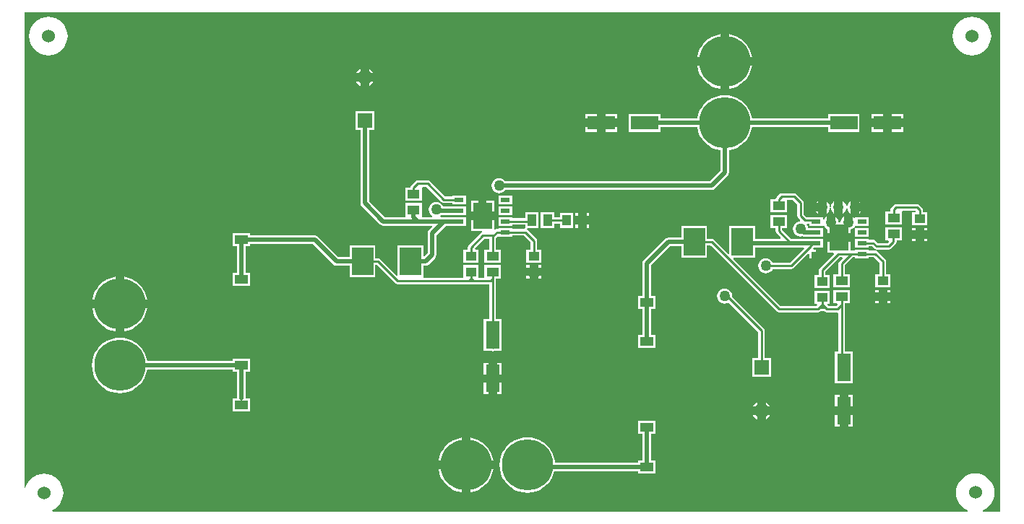
<source format=gbr>
%TF.GenerationSoftware,Altium Limited,Altium Designer,19.1.8 (144)*%
G04 Layer_Physical_Order=1*
G04 Layer_Color=255*
%FSLAX26Y26*%
%MOIN*%
%TF.FileFunction,Copper,L1,Top,Signal*%
%TF.Part,Single*%
G01*
G75*
%TA.AperFunction,SMDPad,CuDef*%
%ADD10R,0.086614X0.122047*%
%ADD11R,0.043307X0.019685*%
%ADD12R,0.062992X0.125984*%
%ADD13R,0.125984X0.062992*%
%ADD14R,0.098425X0.127953*%
%ADD15R,0.051181X0.041339*%
%ADD16R,0.041339X0.051181*%
%ADD17R,0.055118X0.041339*%
%ADD18R,0.041339X0.055118*%
%TA.AperFunction,Conductor*%
%ADD19C,0.010000*%
%ADD20C,0.019685*%
%ADD21C,0.020000*%
%TA.AperFunction,NonConductor*%
%ADD22C,0.010000*%
%TA.AperFunction,ComponentPad*%
%ADD23R,0.059055X0.039370*%
%ADD24C,0.066929*%
%ADD25R,0.066929X0.066929*%
%ADD26C,0.236220*%
%TA.AperFunction,WasherPad*%
%ADD27C,0.060000*%
%TA.AperFunction,ViaPad*%
%ADD28C,0.050000*%
G36*
X4520000Y15000D02*
X4440807D01*
X4440073Y19946D01*
X4440187Y19980D01*
X4455603Y28221D01*
X4469115Y39310D01*
X4480205Y52822D01*
X4488445Y68239D01*
X4493519Y84966D01*
X4495233Y102362D01*
X4493519Y119758D01*
X4488445Y136486D01*
X4480205Y151902D01*
X4469115Y165415D01*
X4455603Y176504D01*
X4440187Y184744D01*
X4423459Y189818D01*
X4406063Y191532D01*
X4388667Y189818D01*
X4371939Y184744D01*
X4356523Y176504D01*
X4343011Y165415D01*
X4331921Y151902D01*
X4323681Y136486D01*
X4318607Y119758D01*
X4316894Y102362D01*
X4318607Y84966D01*
X4323681Y68239D01*
X4331921Y52822D01*
X4343011Y39310D01*
X4356523Y28221D01*
X4371939Y19980D01*
X4372053Y19946D01*
X4371319Y15000D01*
X149832D01*
X148580Y20000D01*
X159540Y25858D01*
X173052Y36948D01*
X184142Y50460D01*
X192382Y65876D01*
X197456Y82604D01*
X199169Y100000D01*
X197456Y117396D01*
X192382Y134124D01*
X184142Y149540D01*
X173052Y163052D01*
X159540Y174142D01*
X144124Y182382D01*
X127396Y187456D01*
X110000Y189169D01*
X92604Y187456D01*
X75876Y182382D01*
X60460Y174142D01*
X46948Y163052D01*
X35858Y149540D01*
X27618Y134124D01*
X25000Y125493D01*
X20000Y126235D01*
Y2320000D01*
X4520000D01*
Y15000D01*
D02*
G37*
%LPC*%
G36*
X4390000Y2299169D02*
X4372604Y2297456D01*
X4355876Y2292382D01*
X4340460Y2284142D01*
X4326948Y2273052D01*
X4315858Y2259540D01*
X4307618Y2244124D01*
X4302544Y2227396D01*
X4300831Y2210000D01*
X4302544Y2192604D01*
X4307618Y2175876D01*
X4315858Y2160460D01*
X4326948Y2146948D01*
X4340460Y2135858D01*
X4355876Y2127618D01*
X4372604Y2122544D01*
X4390000Y2120831D01*
X4407396Y2122544D01*
X4424124Y2127618D01*
X4439540Y2135858D01*
X4453052Y2146948D01*
X4464142Y2160460D01*
X4472382Y2175876D01*
X4477456Y2192604D01*
X4479169Y2210000D01*
X4477456Y2227396D01*
X4472382Y2244124D01*
X4464142Y2259540D01*
X4453052Y2273052D01*
X4439540Y2284142D01*
X4424124Y2292382D01*
X4407396Y2297456D01*
X4390000Y2299169D01*
D02*
G37*
G36*
X130000D02*
X112604Y2297456D01*
X95876Y2292382D01*
X80460Y2284142D01*
X66948Y2273052D01*
X55858Y2259540D01*
X47618Y2244124D01*
X42544Y2227396D01*
X40831Y2210000D01*
X42544Y2192604D01*
X47618Y2175876D01*
X55858Y2160460D01*
X66948Y2146948D01*
X80460Y2135858D01*
X95876Y2127618D01*
X112604Y2122544D01*
X130000Y2120831D01*
X147396Y2122544D01*
X164124Y2127618D01*
X179540Y2135858D01*
X193052Y2146948D01*
X204142Y2160460D01*
X212382Y2175876D01*
X217456Y2192604D01*
X219169Y2210000D01*
X217456Y2227396D01*
X212382Y2244124D01*
X204142Y2259540D01*
X193052Y2273052D01*
X179540Y2284142D01*
X164124Y2292382D01*
X147396Y2297456D01*
X130000Y2299169D01*
D02*
G37*
G36*
X3269685Y2220422D02*
Y2113150D01*
X3376957D01*
X3376924Y2113567D01*
X3372217Y2133175D01*
X3364500Y2151805D01*
X3353964Y2168999D01*
X3340868Y2184332D01*
X3325534Y2197428D01*
X3308341Y2207965D01*
X3289711Y2215681D01*
X3270103Y2220389D01*
X3269685Y2220422D01*
D02*
G37*
G36*
X3230315D02*
X3229897Y2220389D01*
X3210289Y2215681D01*
X3191659Y2207965D01*
X3174466Y2197428D01*
X3159132Y2184332D01*
X3146036Y2168999D01*
X3135500Y2151805D01*
X3127783Y2133175D01*
X3123076Y2113567D01*
X3123043Y2113150D01*
X3230315D01*
Y2220422D01*
D02*
G37*
G36*
X1609685Y2058892D02*
Y2039685D01*
X1628892D01*
X1627966Y2041920D01*
X1620999Y2050999D01*
X1611920Y2057966D01*
X1609685Y2058892D01*
D02*
G37*
G36*
X1570315D02*
X1568080Y2057966D01*
X1559001Y2050999D01*
X1552034Y2041920D01*
X1551108Y2039685D01*
X1570315D01*
Y2058892D01*
D02*
G37*
G36*
X1628892Y2000315D02*
X1609685D01*
Y1981108D01*
X1611920Y1982034D01*
X1620999Y1989001D01*
X1627966Y1998080D01*
X1628892Y2000315D01*
D02*
G37*
G36*
X1570315D02*
X1551108D01*
X1552034Y1998080D01*
X1559001Y1989001D01*
X1568080Y1982034D01*
X1570315Y1981108D01*
Y2000315D01*
D02*
G37*
G36*
X3376957Y2073780D02*
X3269685D01*
Y1966507D01*
X3270103Y1966540D01*
X3289711Y1971248D01*
X3308341Y1978965D01*
X3325534Y1989501D01*
X3340868Y2002597D01*
X3353964Y2017930D01*
X3364500Y2035124D01*
X3372217Y2053754D01*
X3376924Y2073362D01*
X3376957Y2073780D01*
D02*
G37*
G36*
X3230315D02*
X3123043D01*
X3123076Y2073362D01*
X3127783Y2053754D01*
X3135500Y2035124D01*
X3146036Y2017930D01*
X3159132Y2002597D01*
X3174466Y1989501D01*
X3191659Y1978965D01*
X3210289Y1971248D01*
X3229897Y1966540D01*
X3230315Y1966507D01*
Y2073780D01*
D02*
G37*
G36*
X3250000Y1938506D02*
X3229897Y1936924D01*
X3210289Y1932217D01*
X3191659Y1924500D01*
X3174466Y1913964D01*
X3159132Y1900868D01*
X3146036Y1885534D01*
X3135500Y1868341D01*
X3127783Y1849711D01*
X3123107Y1830231D01*
X2953780D01*
Y1851496D01*
X2807795D01*
Y1768504D01*
X2953780D01*
Y1789769D01*
X3123107D01*
X3127783Y1770289D01*
X3135500Y1751659D01*
X3146036Y1734466D01*
X3159132Y1719132D01*
X3174466Y1706036D01*
X3191659Y1695500D01*
X3210289Y1687783D01*
X3229769Y1683107D01*
Y1588380D01*
X3181620Y1540231D01*
X2700807D01*
X2700000Y1540392D01*
X2238469D01*
X2234962Y1544962D01*
X2227651Y1550572D01*
X2219137Y1554099D01*
X2210000Y1555302D01*
X2200863Y1554099D01*
X2192349Y1550572D01*
X2185038Y1544962D01*
X2179428Y1537651D01*
X2175901Y1529137D01*
X2174698Y1520000D01*
X2175901Y1510863D01*
X2179428Y1502349D01*
X2185038Y1495038D01*
X2192349Y1489428D01*
X2200863Y1485901D01*
X2210000Y1484698D01*
X2219137Y1485901D01*
X2227651Y1489428D01*
X2234962Y1495038D01*
X2238469Y1499608D01*
X2700000D01*
X2700807Y1499769D01*
X3190000D01*
X3197742Y1501309D01*
X3204306Y1505694D01*
X3264306Y1565694D01*
X3268691Y1572258D01*
X3270231Y1580000D01*
Y1683107D01*
X3289711Y1687783D01*
X3308341Y1695500D01*
X3325534Y1706036D01*
X3340868Y1719132D01*
X3353964Y1734466D01*
X3364500Y1751659D01*
X3372217Y1770289D01*
X3376893Y1789769D01*
X3459193D01*
X3460000Y1789608D01*
X3726220D01*
Y1768504D01*
X3872205D01*
Y1851496D01*
X3726220D01*
Y1830392D01*
X3460000D01*
X3459193Y1830231D01*
X3376893D01*
X3372217Y1849711D01*
X3364500Y1868341D01*
X3353964Y1885534D01*
X3340868Y1900868D01*
X3325534Y1913964D01*
X3308341Y1924500D01*
X3289711Y1932217D01*
X3270103Y1936924D01*
X3250000Y1938506D01*
D02*
G37*
G36*
X4072992Y1851496D02*
X4019685D01*
Y1829685D01*
X4072992D01*
Y1851496D01*
D02*
G37*
G36*
X2752992D02*
X2699685D01*
Y1829685D01*
X2752992D01*
Y1851496D01*
D02*
G37*
G36*
X2660315D02*
X2607008D01*
Y1829685D01*
X2660315D01*
Y1851496D01*
D02*
G37*
G36*
X3980315D02*
X3927008D01*
Y1829685D01*
X3980315D01*
Y1851496D01*
D02*
G37*
G36*
X4072992Y1790315D02*
X4019685D01*
Y1768504D01*
X4072992D01*
Y1790315D01*
D02*
G37*
G36*
X3980315D02*
X3927008D01*
Y1768504D01*
X3980315D01*
Y1790315D01*
D02*
G37*
G36*
X2752992D02*
X2699685D01*
Y1768504D01*
X2752992D01*
Y1790315D01*
D02*
G37*
G36*
X2660315D02*
X2607008D01*
Y1768504D01*
X2660315D01*
Y1790315D01*
D02*
G37*
G36*
X3869685Y1449012D02*
Y1439685D01*
X3879012D01*
X3874962Y1444962D01*
X3869685Y1449012D01*
D02*
G37*
G36*
X3680315D02*
X3675038Y1444962D01*
X3670988Y1439685D01*
X3680315D01*
Y1449012D01*
D02*
G37*
G36*
X2269252Y1474842D02*
X2205945D01*
Y1435158D01*
X2269252D01*
Y1474842D01*
D02*
G37*
G36*
X1880000Y1545294D02*
X1835000D01*
X1829147Y1544130D01*
X1824186Y1540814D01*
X1804186Y1520814D01*
X1800870Y1515853D01*
X1800121Y1512087D01*
X1777441D01*
Y1450748D01*
X1852559D01*
Y1512086D01*
X1856474Y1514706D01*
X1873665D01*
X1944186Y1444186D01*
X1949147Y1440870D01*
X1955000Y1439706D01*
X1993347D01*
Y1435158D01*
X2056653D01*
Y1474842D01*
X1993347D01*
Y1470294D01*
X1961335D01*
X1890814Y1540814D01*
X1885853Y1544130D01*
X1880000Y1545294D01*
D02*
G37*
G36*
X3755669Y1449051D02*
X3750392Y1445002D01*
X3744782Y1437690D01*
X3741255Y1429176D01*
X3740543Y1423766D01*
X3740196Y1421132D01*
X3735153D01*
X3734807Y1423762D01*
X3734099Y1429137D01*
X3730572Y1437651D01*
X3724962Y1444962D01*
X3719685Y1449012D01*
Y1420000D01*
Y1390988D01*
X3724962Y1395038D01*
X3730572Y1402349D01*
X3734099Y1410863D01*
X3734811Y1416273D01*
X3735158Y1418908D01*
X3740201D01*
X3740548Y1416277D01*
X3741255Y1410903D01*
X3744782Y1402388D01*
X3750392Y1395077D01*
X3755669Y1391028D01*
Y1420039D01*
Y1449051D01*
D02*
G37*
G36*
X2185866Y1451417D02*
X2152244D01*
Y1400079D01*
X2185866D01*
Y1451417D01*
D02*
G37*
G36*
X2112874D02*
X2079252D01*
Y1400079D01*
X2112874D01*
Y1451417D01*
D02*
G37*
G36*
X3879012Y1400315D02*
X3869685D01*
Y1390988D01*
X3874962Y1395038D01*
X3879012Y1400315D01*
D02*
G37*
G36*
X3795039Y1449051D02*
Y1420039D01*
Y1391028D01*
X3800317Y1395077D01*
X3805927Y1402388D01*
X3809454Y1410903D01*
X3810153Y1416216D01*
X3815196D01*
X3815901Y1410863D01*
X3819428Y1402349D01*
X3825038Y1395038D01*
X3830315Y1390988D01*
Y1420000D01*
Y1449012D01*
X3825038Y1444962D01*
X3819428Y1437651D01*
X3815901Y1429137D01*
X3815201Y1423823D01*
X3810158D01*
X3809454Y1429176D01*
X3805927Y1437690D01*
X3800317Y1445002D01*
X3795039Y1449051D01*
D02*
G37*
G36*
X3680315Y1400315D02*
X3670988D01*
X3675038Y1395038D01*
X3680315Y1390988D01*
Y1400315D01*
D02*
G37*
G36*
X2269252Y1424842D02*
X2205945D01*
Y1385158D01*
X2269252D01*
Y1424842D01*
D02*
G37*
G36*
X2623504Y1395591D02*
X2612519D01*
Y1379685D01*
X2623504D01*
Y1395591D01*
D02*
G37*
G36*
X2573149D02*
X2562165D01*
Y1379685D01*
X2573149D01*
Y1395591D01*
D02*
G37*
G36*
X2390669Y1397559D02*
X2329331D01*
Y1370294D01*
X2269252D01*
Y1374842D01*
X2205945D01*
Y1335158D01*
X2269252D01*
Y1339706D01*
X2329331D01*
Y1325294D01*
X2329331Y1322441D01*
X2325220Y1320294D01*
X2269252D01*
Y1324842D01*
X2205945D01*
Y1320294D01*
X2200000D01*
X2194147Y1319130D01*
X2190866Y1316937D01*
X2185866Y1319161D01*
Y1360709D01*
X2079252D01*
Y1309370D01*
X2129863D01*
X2130356Y1304370D01*
X2129147Y1304130D01*
X2124186Y1300814D01*
X2069186Y1245814D01*
X2065870Y1240853D01*
X2064706Y1235000D01*
Y1225669D01*
X2044409D01*
Y1164331D01*
X2115590D01*
Y1225669D01*
X2099369D01*
X2097298Y1230669D01*
X2141335Y1274706D01*
X2164706D01*
Y1225669D01*
X2142441D01*
Y1164331D01*
X2217559D01*
Y1225669D01*
X2195294D01*
Y1278838D01*
X2195814Y1279186D01*
X2203004Y1286376D01*
X2205945Y1285157D01*
Y1285158D01*
X2269252D01*
Y1289706D01*
X2323665D01*
X2354706Y1258665D01*
Y1225669D01*
X2334410D01*
Y1164331D01*
X2405590D01*
Y1225669D01*
X2385294D01*
Y1265000D01*
X2384130Y1270853D01*
X2380814Y1275814D01*
X2340814Y1315814D01*
X2338380Y1317441D01*
X2339897Y1322441D01*
X2390669D01*
Y1397559D01*
D02*
G37*
G36*
X4136929Y1435294D02*
X4040000D01*
X4034147Y1434130D01*
X4029186Y1430814D01*
X4019186Y1420814D01*
X4015870Y1415853D01*
X4014706Y1410000D01*
Y1400669D01*
X3992441D01*
Y1339331D01*
X4067559D01*
Y1400669D01*
X4069884Y1404706D01*
X4129300D01*
X4131442Y1401963D01*
X4129259Y1397087D01*
X4114409D01*
Y1335748D01*
X4185591D01*
Y1397087D01*
X4165294D01*
Y1406929D01*
X4164130Y1412782D01*
X4160814Y1417744D01*
X4147744Y1430814D01*
X4142782Y1434130D01*
X4136929Y1435294D01*
D02*
G37*
G36*
X2056653Y1324842D02*
X2044685D01*
Y1324685D01*
X2056653D01*
Y1324842D01*
D02*
G37*
G36*
X2005315D02*
X1993347D01*
Y1324685D01*
X2005315D01*
Y1324842D01*
D02*
G37*
G36*
X2623504Y1340315D02*
X2612519D01*
Y1324409D01*
X2623504D01*
Y1340315D01*
D02*
G37*
G36*
X2573149D02*
X2562165D01*
Y1324409D01*
X2573149D01*
Y1340315D01*
D02*
G37*
G36*
X2463504Y1397559D02*
X2402165D01*
Y1322441D01*
X2463504D01*
Y1344706D01*
X2489331D01*
Y1324409D01*
X2550669D01*
Y1395591D01*
X2489331D01*
Y1375294D01*
X2463504D01*
Y1397559D01*
D02*
G37*
G36*
X4185591Y1324252D02*
X4169685D01*
Y1313268D01*
X4185591D01*
Y1324252D01*
D02*
G37*
G36*
X4130315D02*
X4114409D01*
Y1313268D01*
X4130315D01*
Y1324252D01*
D02*
G37*
G36*
X3570000Y1485294D02*
X3513071D01*
X3507218Y1484130D01*
X3502257Y1480814D01*
X3489186Y1467743D01*
X3485870Y1462782D01*
X3484737Y1457087D01*
X3462441D01*
Y1395748D01*
X3537559D01*
Y1454706D01*
X3563665D01*
X3584706Y1433665D01*
Y1380000D01*
X3585870Y1374147D01*
X3589186Y1369186D01*
X3598256Y1360116D01*
X3596464Y1354836D01*
X3590863Y1354099D01*
X3582349Y1350572D01*
X3575038Y1344962D01*
X3569428Y1337651D01*
X3565901Y1329137D01*
X3564698Y1320000D01*
X3565901Y1310863D01*
X3569428Y1302349D01*
X3575038Y1295038D01*
X3582349Y1289428D01*
X3590863Y1285901D01*
X3600000Y1284698D01*
X3609137Y1285901D01*
X3609291Y1285965D01*
X3614724Y1284884D01*
X3671024D01*
X3673785Y1285433D01*
X3702677D01*
Y1325118D01*
X3673785D01*
X3671024Y1325667D01*
X3634556D01*
X3634099Y1329137D01*
X3630572Y1337651D01*
X3628509Y1340340D01*
X3630721Y1344824D01*
X3639370D01*
Y1335433D01*
X3702677D01*
Y1335580D01*
X3707677Y1336575D01*
X3709428Y1332349D01*
X3715038Y1325038D01*
X3722349Y1319428D01*
X3725276Y1318215D01*
Y1300354D01*
X3831890D01*
Y1317041D01*
X3837651Y1319428D01*
X3844962Y1325038D01*
X3849656Y1331155D01*
X3849794Y1331334D01*
X3849794Y1331334D01*
X3850573Y1332349D01*
X3851130Y1333580D01*
X3851969Y1335433D01*
Y1335433D01*
X3851969Y1335433D01*
X3915276D01*
Y1375118D01*
X3851969D01*
Y1374045D01*
X3846969Y1372348D01*
X3844962Y1374962D01*
X3839685Y1379012D01*
Y1350000D01*
X3800315D01*
Y1379012D01*
X3795038Y1374962D01*
X3789428Y1367651D01*
X3785901Y1359137D01*
X3784921Y1351693D01*
X3775079D01*
X3774099Y1359137D01*
X3770572Y1367651D01*
X3764962Y1374962D01*
X3759685Y1379012D01*
Y1350000D01*
X3720315D01*
Y1379012D01*
X3715038Y1374962D01*
X3709428Y1367651D01*
X3707677Y1363425D01*
X3702677Y1364420D01*
Y1375118D01*
X3667659D01*
X3666181Y1375412D01*
X3626217D01*
X3615294Y1386335D01*
Y1440000D01*
X3614130Y1445853D01*
X3610814Y1450814D01*
X3580814Y1480814D01*
X3575853Y1484130D01*
X3570000Y1485294D01*
D02*
G37*
G36*
X3915276Y1325118D02*
X3851969D01*
Y1285433D01*
X3915276D01*
Y1325118D01*
D02*
G37*
G36*
X2056653Y1285315D02*
X2044685D01*
Y1285158D01*
X2056653D01*
Y1285315D01*
D02*
G37*
G36*
X2005315D02*
X1993347D01*
Y1285158D01*
X2005315D01*
Y1285315D01*
D02*
G37*
G36*
X3537559Y1384252D02*
X3462441D01*
Y1322913D01*
X3484706D01*
Y1310000D01*
X3485870Y1304147D01*
X3489186Y1299186D01*
X3508084Y1280287D01*
X3506171Y1275667D01*
X3389213D01*
Y1333976D01*
X3270787D01*
Y1207374D01*
X3266168Y1205461D01*
X3200814Y1270814D01*
X3195853Y1274130D01*
X3190000Y1275294D01*
X3168740D01*
Y1333976D01*
X3050315D01*
Y1280231D01*
X2990000D01*
X2982258Y1278691D01*
X2975694Y1274306D01*
X2875694Y1174306D01*
X2871309Y1167742D01*
X2869769Y1160000D01*
Y1011654D01*
X2850472D01*
Y952284D01*
X2869411D01*
Y830551D01*
X2850276D01*
Y771181D01*
X2929331D01*
Y830551D01*
X2910195D01*
Y952284D01*
X2929528D01*
Y1011654D01*
X2910231D01*
Y1151620D01*
X2998380Y1239769D01*
X3050315D01*
Y1186024D01*
X3168740D01*
Y1244706D01*
X3183665D01*
X3489186Y939186D01*
X3494147Y935870D01*
X3500000Y934706D01*
X3680000D01*
X3685853Y935870D01*
X3690814Y939186D01*
X3691433Y939804D01*
X3708567D01*
X3709186Y939186D01*
X3714147Y935870D01*
X3720000Y934706D01*
X3770000D01*
X3770841Y934873D01*
X3774706Y931701D01*
Y753779D01*
X3758504D01*
Y607795D01*
X3841496D01*
Y753779D01*
X3805294D01*
Y970000D01*
Y976496D01*
X3827559D01*
Y1037835D01*
X3752441D01*
Y976496D01*
X3767796D01*
X3769867Y971496D01*
X3763665Y965294D01*
X3726335D01*
X3722587Y969042D01*
X3724500Y973662D01*
X3735590D01*
Y1035000D01*
X3664410D01*
Y973662D01*
X3675500D01*
X3677413Y969042D01*
X3673665Y965294D01*
X3506335D01*
X3290225Y1181404D01*
X3292138Y1186024D01*
X3389213D01*
Y1234884D01*
X3554724D01*
X3555532Y1235044D01*
X3613907D01*
X3615821Y1230425D01*
X3550689Y1165294D01*
X3471549D01*
X3470572Y1167651D01*
X3464962Y1174962D01*
X3457651Y1180572D01*
X3449137Y1184099D01*
X3440000Y1185302D01*
X3430863Y1184099D01*
X3422349Y1180572D01*
X3415038Y1174962D01*
X3409428Y1167651D01*
X3405901Y1159137D01*
X3404698Y1150000D01*
X3405901Y1140863D01*
X3409428Y1132349D01*
X3415038Y1125038D01*
X3422349Y1119428D01*
X3430863Y1115901D01*
X3440000Y1114698D01*
X3449137Y1115901D01*
X3457651Y1119428D01*
X3464962Y1125038D01*
X3470572Y1132349D01*
X3471549Y1134706D01*
X3557024D01*
X3562877Y1135870D01*
X3567839Y1139186D01*
X3634751Y1206098D01*
X3639370Y1204184D01*
Y1185433D01*
X3651339D01*
Y1205276D01*
X3671024D01*
Y1224961D01*
X3702677D01*
Y1225118D01*
X3660136D01*
X3659421Y1226845D01*
X3658606Y1230118D01*
X3661587Y1234580D01*
X3661757Y1235433D01*
X3702677D01*
Y1275118D01*
X3661167D01*
X3659213Y1275507D01*
X3556122D01*
X3515294Y1316335D01*
Y1322913D01*
X3537559D01*
Y1384252D01*
D02*
G37*
G36*
X4185591Y1273898D02*
X4169685D01*
Y1262913D01*
X4185591D01*
Y1273898D01*
D02*
G37*
G36*
X4130315D02*
X4114409D01*
Y1262913D01*
X4130315D01*
Y1273898D01*
D02*
G37*
G36*
X4067559Y1327835D02*
X3992441D01*
Y1266496D01*
X4005126D01*
X4007039Y1261877D01*
X4000456Y1255294D01*
X3956335D01*
X3945539Y1266090D01*
X3940577Y1269405D01*
X3934724Y1270570D01*
X3915276D01*
Y1275118D01*
X3851969D01*
Y1235433D01*
X3915276D01*
Y1239982D01*
X3928390D01*
X3939186Y1229186D01*
X3944147Y1225870D01*
X3950000Y1224706D01*
X4006791D01*
X4012644Y1225870D01*
X4017606Y1229186D01*
X4039043Y1250623D01*
X4042358Y1255584D01*
X4043522Y1261437D01*
Y1266496D01*
X4067559D01*
Y1327835D01*
D02*
G37*
G36*
X1633465Y1863465D02*
X1546535D01*
Y1776535D01*
X1569769D01*
Y1440000D01*
X1571309Y1432258D01*
X1575694Y1425694D01*
X1660123Y1341265D01*
X1660581Y1340581D01*
X1667196Y1336160D01*
X1675000Y1334608D01*
X1899237D01*
X1901150Y1329989D01*
X1885581Y1314419D01*
X1881160Y1307804D01*
X1879608Y1300000D01*
Y1208447D01*
X1864213Y1193051D01*
X1859213Y1195122D01*
Y1243976D01*
X1740787D01*
Y1107374D01*
X1736168Y1105461D01*
X1660814Y1180814D01*
X1655853Y1184130D01*
X1650000Y1185294D01*
X1638740D01*
Y1243976D01*
X1520315D01*
Y1190392D01*
X1468447D01*
X1374419Y1284419D01*
X1367804Y1288840D01*
X1360000Y1290392D01*
X1059409D01*
Y1299370D01*
X980354D01*
Y1240000D01*
X999608D01*
Y1118268D01*
X980158D01*
Y1058898D01*
X1059213D01*
Y1118268D01*
X1040392D01*
Y1240000D01*
X1059409D01*
Y1249608D01*
X1351553D01*
X1445581Y1155581D01*
X1445581Y1155581D01*
X1452196Y1151160D01*
X1460000Y1149608D01*
X1460001Y1149608D01*
X1520315D01*
Y1096024D01*
X1638740D01*
Y1154525D01*
X1643740Y1154631D01*
X1729186Y1069186D01*
X1734147Y1065870D01*
X1740000Y1064706D01*
X2070000D01*
X2070493Y1064804D01*
X2089507D01*
X2090000Y1064706D01*
X2164706D01*
Y902992D01*
X2138504D01*
Y757008D01*
X2172445D01*
X2174147Y755870D01*
X2180000Y754706D01*
X2185853Y755870D01*
X2187555Y757008D01*
X2221496D01*
Y902992D01*
X2195294D01*
Y1091496D01*
X2217559D01*
Y1152835D01*
X2189401D01*
X2186142Y1153483D01*
X2179252D01*
X2175993Y1152835D01*
X2142441D01*
Y1095294D01*
X2115590D01*
Y1152835D01*
X2044409D01*
Y1095294D01*
X1863910D01*
X1859213Y1096024D01*
Y1149608D01*
X1870000D01*
X1877804Y1151160D01*
X1884419Y1155581D01*
X1914419Y1185581D01*
X1918840Y1192196D01*
X1920392Y1200000D01*
Y1291553D01*
X1963447Y1334608D01*
X2025000D01*
X2027762Y1335158D01*
X2056653D01*
Y1374842D01*
X2027762D01*
X2025000Y1375392D01*
X1940437D01*
X1938908Y1380392D01*
X1944403Y1384608D01*
X2025000D01*
X2027762Y1385158D01*
X2056653D01*
Y1424842D01*
X2027762D01*
X2025000Y1425392D01*
X1951508D01*
X1950572Y1427651D01*
X1944962Y1434962D01*
X1937651Y1440572D01*
X1929137Y1444099D01*
X1920000Y1445302D01*
X1910863Y1444099D01*
X1902349Y1440572D01*
X1895038Y1434962D01*
X1889428Y1427651D01*
X1885901Y1419137D01*
X1884698Y1410000D01*
X1885901Y1400863D01*
X1889428Y1392349D01*
X1895038Y1385038D01*
X1901092Y1380392D01*
X1899563Y1375392D01*
X1856515D01*
X1852559Y1377914D01*
Y1439252D01*
X1777441D01*
Y1377914D01*
X1773485Y1375392D01*
X1683219D01*
X1610231Y1448380D01*
Y1776535D01*
X1633465D01*
Y1863465D01*
D02*
G37*
G36*
X3702677Y1185591D02*
X3690709D01*
Y1185433D01*
X3702677D01*
Y1185591D01*
D02*
G37*
G36*
X2405590Y1152835D02*
X2389685D01*
Y1141850D01*
X2405590D01*
Y1152835D01*
D02*
G37*
G36*
X2350315D02*
X2334410D01*
Y1141850D01*
X2350315D01*
Y1152835D01*
D02*
G37*
G36*
X2405590Y1102480D02*
X2389685D01*
Y1091496D01*
X2405590D01*
Y1102480D01*
D02*
G37*
G36*
X2350315D02*
X2334410D01*
Y1091496D01*
X2350315D01*
Y1102480D01*
D02*
G37*
G36*
X3831890Y1260984D02*
X3725276D01*
Y1209646D01*
X3751484D01*
X3753398Y1205026D01*
X3689186Y1140814D01*
X3685870Y1135853D01*
X3684706Y1130000D01*
Y1107835D01*
X3664410D01*
Y1046496D01*
X3735590D01*
Y1107835D01*
X3715294D01*
Y1123665D01*
X3781610Y1189982D01*
X3791820D01*
X3793733Y1185362D01*
X3779186Y1170814D01*
X3775870Y1165853D01*
X3774706Y1160000D01*
Y1110669D01*
X3752441D01*
Y1049331D01*
X3827559D01*
Y1110669D01*
X3805294D01*
Y1153665D01*
X3841610Y1189982D01*
X3851969D01*
Y1185433D01*
X3915276D01*
Y1189982D01*
X3938390D01*
X3964706Y1163665D01*
Y1110669D01*
X3944410D01*
Y1049331D01*
X4015590D01*
Y1110669D01*
X3995294D01*
Y1170000D01*
X3994130Y1175853D01*
X3990814Y1180814D01*
X3955539Y1216090D01*
X3950577Y1219405D01*
X3944724Y1220570D01*
X3915276D01*
Y1225118D01*
X3851969D01*
Y1220570D01*
X3831890D01*
Y1260984D01*
D02*
G37*
G36*
X4015590Y1037835D02*
X3999685D01*
Y1026850D01*
X4015590D01*
Y1037835D01*
D02*
G37*
G36*
X3960315D02*
X3944410D01*
Y1026850D01*
X3960315D01*
Y1037835D01*
D02*
G37*
G36*
X479685Y1100422D02*
Y993150D01*
X586957D01*
X586924Y993567D01*
X582217Y1013175D01*
X574500Y1031805D01*
X563964Y1048999D01*
X550868Y1064332D01*
X535534Y1077428D01*
X518341Y1087965D01*
X499711Y1095681D01*
X480103Y1100389D01*
X479685Y1100422D01*
D02*
G37*
G36*
X440315D02*
X439897Y1100389D01*
X420289Y1095681D01*
X401659Y1087965D01*
X384466Y1077428D01*
X369132Y1064332D01*
X356036Y1048999D01*
X345500Y1031805D01*
X337783Y1013175D01*
X333076Y993567D01*
X333043Y993150D01*
X440315D01*
Y1100422D01*
D02*
G37*
G36*
X4015590Y987480D02*
X3999685D01*
Y976496D01*
X4015590D01*
Y987480D01*
D02*
G37*
G36*
X3960315D02*
X3944410D01*
Y976496D01*
X3960315D01*
Y987480D01*
D02*
G37*
G36*
X586957Y953780D02*
X479685D01*
Y846508D01*
X480103Y846540D01*
X499711Y851248D01*
X518341Y858965D01*
X535534Y869501D01*
X550868Y882597D01*
X563964Y897931D01*
X574500Y915124D01*
X582217Y933754D01*
X586924Y953362D01*
X586957Y953780D01*
D02*
G37*
G36*
X440315D02*
X333043D01*
X333076Y953362D01*
X337783Y933754D01*
X345500Y915124D01*
X356036Y897931D01*
X369132Y882597D01*
X384466Y869501D01*
X401659Y858965D01*
X420289Y851248D01*
X439897Y846540D01*
X440315Y846508D01*
Y953780D01*
D02*
G37*
G36*
X2221496Y702205D02*
X2199685D01*
Y648898D01*
X2221496D01*
Y702205D01*
D02*
G37*
G36*
X2160315D02*
X2138504D01*
Y648898D01*
X2160315D01*
Y702205D01*
D02*
G37*
G36*
X3250000Y1045302D02*
X3240863Y1044099D01*
X3232349Y1040572D01*
X3225038Y1034962D01*
X3219428Y1027651D01*
X3215901Y1019137D01*
X3214698Y1010000D01*
X3215901Y1000863D01*
X3219428Y992349D01*
X3225038Y985038D01*
X3232349Y979428D01*
X3240863Y975901D01*
X3250000Y974698D01*
X3259137Y975901D01*
X3267651Y979428D01*
X3268382Y979989D01*
X3404706Y843665D01*
Y723465D01*
X3376535D01*
Y636535D01*
X3463465D01*
Y723465D01*
X3435294D01*
Y850000D01*
X3434130Y855853D01*
X3430814Y860814D01*
X3284875Y1006754D01*
X3285302Y1010000D01*
X3284099Y1019137D01*
X3280572Y1027651D01*
X3274962Y1034962D01*
X3267651Y1040572D01*
X3259137Y1044099D01*
X3250000Y1045302D01*
D02*
G37*
G36*
X2221496Y609528D02*
X2199685D01*
Y556221D01*
X2221496D01*
Y609528D01*
D02*
G37*
G36*
X2160315D02*
X2138504D01*
Y556221D01*
X2160315D01*
Y609528D01*
D02*
G37*
G36*
X3841496Y552992D02*
X3819685D01*
Y499685D01*
X3841496D01*
Y552992D01*
D02*
G37*
G36*
X3439685Y518892D02*
Y499685D01*
X3458892D01*
X3457966Y501920D01*
X3450999Y510999D01*
X3441920Y517966D01*
X3439685Y518892D01*
D02*
G37*
G36*
X3400315D02*
X3398080Y517966D01*
X3389001Y510999D01*
X3382034Y501920D01*
X3381108Y499685D01*
X3400315D01*
Y518892D01*
D02*
G37*
G36*
X3780315Y552992D02*
X3758504D01*
Y499685D01*
X3780315D01*
Y552992D01*
D02*
G37*
G36*
X460000Y818506D02*
X439897Y816924D01*
X420289Y812217D01*
X401659Y804500D01*
X384466Y793964D01*
X369132Y780868D01*
X356036Y765534D01*
X345500Y748341D01*
X337783Y729711D01*
X333076Y710103D01*
X331494Y690000D01*
X333076Y669897D01*
X337783Y650289D01*
X345500Y631659D01*
X356036Y614466D01*
X369132Y599132D01*
X384466Y586036D01*
X401659Y575500D01*
X420289Y567783D01*
X439897Y563076D01*
X460000Y561494D01*
X480103Y563076D01*
X499711Y567783D01*
X518341Y575500D01*
X535534Y586036D01*
X550868Y599132D01*
X563964Y614466D01*
X574500Y631659D01*
X582217Y650289D01*
X586855Y669608D01*
X980158D01*
Y661260D01*
X999608D01*
Y537559D01*
X980354D01*
Y478189D01*
X1059409D01*
Y537559D01*
X1040392D01*
Y661260D01*
X1059213D01*
Y720630D01*
X980158D01*
Y710392D01*
X586855D01*
X582217Y729711D01*
X574500Y748341D01*
X563964Y765534D01*
X550868Y780868D01*
X535534Y793964D01*
X518341Y804500D01*
X499711Y812217D01*
X480103Y816924D01*
X460000Y818506D01*
D02*
G37*
G36*
X3458892Y460315D02*
X3439685D01*
Y441108D01*
X3441920Y442034D01*
X3450999Y449001D01*
X3457966Y458080D01*
X3458892Y460315D01*
D02*
G37*
G36*
X3400315D02*
X3381108D01*
X3382034Y458080D01*
X3389001Y449001D01*
X3398080Y442034D01*
X3400315Y441108D01*
Y460315D01*
D02*
G37*
G36*
X3841496D02*
X3819685D01*
Y407008D01*
X3841496D01*
Y460315D01*
D02*
G37*
G36*
X3780315D02*
X3758504D01*
Y407008D01*
X3780315D01*
Y460315D01*
D02*
G37*
G36*
X2076220Y356957D02*
Y249685D01*
X2183492D01*
X2183460Y250103D01*
X2178752Y269711D01*
X2171035Y288341D01*
X2160499Y305534D01*
X2147403Y320868D01*
X2132070Y333964D01*
X2114876Y344500D01*
X2096246Y352217D01*
X2076638Y356924D01*
X2076220Y356957D01*
D02*
G37*
G36*
X2036850D02*
X2036433Y356924D01*
X2016825Y352217D01*
X1998195Y344500D01*
X1981001Y333964D01*
X1965668Y320868D01*
X1952572Y305534D01*
X1942035Y288341D01*
X1934319Y269711D01*
X1929611Y250103D01*
X1929578Y249685D01*
X2036850D01*
Y356957D01*
D02*
G37*
G36*
X2929331Y432913D02*
X2850276D01*
Y373543D01*
X2869608D01*
Y249843D01*
X2850472D01*
Y240389D01*
X2569843D01*
X2569051Y240231D01*
X2467701D01*
X2466924Y250103D01*
X2462217Y269711D01*
X2454500Y288341D01*
X2443964Y305534D01*
X2430868Y320868D01*
X2415534Y333964D01*
X2398341Y344500D01*
X2379711Y352217D01*
X2360103Y356924D01*
X2340000Y358506D01*
X2319897Y356924D01*
X2300289Y352217D01*
X2281659Y344500D01*
X2264466Y333964D01*
X2249132Y320868D01*
X2236036Y305534D01*
X2225500Y288341D01*
X2217783Y269711D01*
X2213076Y250103D01*
X2211494Y230000D01*
X2213076Y209897D01*
X2217783Y190289D01*
X2225500Y171659D01*
X2236036Y154466D01*
X2249132Y139132D01*
X2264466Y126036D01*
X2281659Y115500D01*
X2300289Y107783D01*
X2319897Y103076D01*
X2340000Y101494D01*
X2360103Y103076D01*
X2379711Y107783D01*
X2398341Y115500D01*
X2415534Y126036D01*
X2430868Y139132D01*
X2443964Y154466D01*
X2454500Y171659D01*
X2462217Y190289D01*
X2464493Y199769D01*
X2570000D01*
X2570792Y199926D01*
X2850472D01*
Y190472D01*
X2929528D01*
Y249843D01*
X2910392D01*
Y373543D01*
X2929331D01*
Y432913D01*
D02*
G37*
G36*
X2036850Y210315D02*
X1929578D01*
X1929611Y209897D01*
X1934319Y190289D01*
X1942035Y171659D01*
X1952572Y154466D01*
X1965668Y139132D01*
X1981001Y126036D01*
X1998195Y115500D01*
X2016825Y107783D01*
X2036433Y103076D01*
X2036850Y103043D01*
Y210315D01*
D02*
G37*
G36*
X2183492D02*
X2076220D01*
Y103043D01*
X2076638Y103076D01*
X2096246Y107783D01*
X2114876Y115500D01*
X2132070Y126036D01*
X2147403Y139132D01*
X2160499Y154466D01*
X2171035Y171659D01*
X2178752Y190289D01*
X2183460Y209897D01*
X2183492Y210315D01*
D02*
G37*
%LPD*%
G36*
X3720000Y950000D02*
X3680000D01*
X3700000Y970000D01*
X3720000Y950000D01*
D02*
G37*
G36*
X2095000Y1075000D02*
X2065000D01*
X2080000Y1090000D01*
X2095000Y1075000D01*
D02*
G37*
D10*
X2132559Y1380394D02*
D03*
X3778583Y1280669D02*
D03*
D11*
X2237598Y1355000D02*
D03*
Y1405000D02*
D03*
Y1455000D02*
D03*
Y1305000D02*
D03*
X2025000D02*
D03*
Y1455000D02*
D03*
Y1405000D02*
D03*
Y1355000D02*
D03*
X3883622Y1255276D02*
D03*
Y1305276D02*
D03*
Y1355276D02*
D03*
Y1205276D02*
D03*
X3671024D02*
D03*
Y1355276D02*
D03*
Y1305276D02*
D03*
Y1255276D02*
D03*
D12*
X2180000Y629213D02*
D03*
Y830000D02*
D03*
X3800000Y480000D02*
D03*
Y680787D02*
D03*
D13*
X2680000Y1810000D02*
D03*
X2880787D02*
D03*
X4000000D02*
D03*
X3799213D02*
D03*
D14*
X1579527Y1170000D02*
D03*
X1800000D02*
D03*
X3109528Y1260000D02*
D03*
X3330000D02*
D03*
D15*
X3700000Y1004331D02*
D03*
Y1077165D02*
D03*
X4150000Y1293583D02*
D03*
Y1366417D02*
D03*
X2080000Y1122165D02*
D03*
Y1195000D02*
D03*
X2370000Y1122165D02*
D03*
Y1195000D02*
D03*
X3980000Y1007165D02*
D03*
Y1080000D02*
D03*
D16*
X2592835Y1360000D02*
D03*
X2520000D02*
D03*
D17*
X3500000Y1426417D02*
D03*
Y1353583D02*
D03*
X4030000Y1297165D02*
D03*
Y1370000D02*
D03*
X1815000Y1481417D02*
D03*
Y1408583D02*
D03*
X2180000Y1195000D02*
D03*
Y1122165D02*
D03*
X3790000Y1080000D02*
D03*
Y1007165D02*
D03*
D18*
X2360000Y1360000D02*
D03*
X2432835D02*
D03*
D19*
X2185000Y1290000D02*
X2200000Y1305000D01*
X2180000Y1290000D02*
X2185000D01*
X2180000Y1195000D02*
Y1290000D01*
X2135000D02*
X2180000D01*
X2080000Y1235000D02*
X2135000Y1290000D01*
X3500000Y1426417D02*
Y1456929D01*
X3513071Y1470000D01*
X3570000D01*
X3600000Y1440000D01*
X3500000Y1310000D02*
X3554724Y1255276D01*
X3500000Y1310000D02*
Y1353583D01*
X3600000Y1320000D02*
X3614724Y1305276D01*
X1920000Y1410000D02*
X1925000Y1405000D01*
X2889803Y981772D02*
X2890000Y981968D01*
X2889803Y403228D02*
X2890000Y403032D01*
X2186142Y1138189D02*
X2194528Y1129803D01*
X2179252Y1138189D02*
X2186142D01*
X2180000Y830000D02*
Y1090000D01*
X4150000Y1376417D02*
Y1406929D01*
X4136929Y1420000D02*
X4150000Y1406929D01*
X4040000Y1420000D02*
X4136929D01*
X4030000Y1410000D02*
X4040000Y1420000D01*
X4030000Y1370000D02*
Y1410000D01*
X2180000Y1090000D02*
Y1122165D01*
Y770000D02*
Y830000D01*
X3619882Y1360118D02*
X3666181D01*
X3600000Y1380000D02*
X3619882Y1360118D01*
X3600000Y1380000D02*
Y1440000D01*
X3790000Y650000D02*
Y970000D01*
Y1007165D01*
X2080000Y1090000D02*
Y1122165D01*
X1580000Y1810000D02*
X1590000Y1820000D01*
X3440000Y1150000D02*
X3557024D01*
X3647457Y1240433D01*
Y1243521D01*
X3659213Y1255276D01*
X3671024D01*
X3330000Y1260000D02*
X3334724Y1255276D01*
X3250000Y1010000D02*
X3260000D01*
X3190000Y1260000D02*
X3500000Y950000D01*
X3680000D01*
X3129528Y1260000D02*
X3190000D01*
X3260000Y1010000D02*
X3420000Y850000D01*
Y680000D02*
Y850000D01*
X3666181Y1360118D02*
X3671024Y1355276D01*
X3680000Y950000D02*
X3700000Y970000D01*
X2170000Y1080000D02*
X2180000Y1090000D01*
X2090000Y1080000D02*
X2170000D01*
X2080000Y1090000D02*
X2090000Y1080000D01*
X2070000D02*
X2080000Y1090000D01*
X1740000Y1080000D02*
X2070000D01*
X1650000Y1170000D02*
X1740000Y1080000D01*
X3720000Y950000D02*
X3770000D01*
X3790000Y970000D01*
X3700000D02*
X3720000Y950000D01*
X3700000Y970000D02*
Y1004331D01*
X3980000Y1080000D02*
Y1170000D01*
X3944724Y1205276D02*
X3980000Y1170000D01*
X3883622Y1205276D02*
X3944724D01*
X3700000Y1077165D02*
Y1130000D01*
X3775276Y1205276D01*
X3835276D01*
X3790000Y1080000D02*
Y1160000D01*
X3835276Y1205276D01*
X3883622D01*
X1579527Y1170000D02*
X1650000D01*
X2237598Y1305000D02*
X2330000D01*
X2370000Y1265000D01*
Y1195000D02*
Y1265000D01*
X2080000Y1122165D02*
X2085000Y1117165D01*
X2080000Y1195000D02*
Y1235000D01*
X2200000Y1305000D02*
X2237598D01*
X2432835Y1360000D02*
X2520000D01*
X1815000Y1510000D02*
X1835000Y1530000D01*
X1815000Y1481417D02*
Y1510000D01*
X1835000Y1530000D02*
X1880000D01*
X1955000Y1455000D01*
X2025000D01*
X3687382Y1064331D02*
X3692303D01*
D20*
X3605197Y1255276D02*
X3659213D01*
X3554724D02*
X3605197D01*
X2880787Y1810000D02*
X3250000D01*
X2340000Y220000D02*
X2570000D01*
X3250000Y1810000D02*
X3460000D01*
X2990000Y1260000D02*
X3109528D01*
X2890000Y1160000D02*
X2990000Y1260000D01*
X2890000Y981968D02*
Y1160000D01*
X2700000Y1520000D02*
X3190000D01*
X3250000Y1580000D01*
X2569843Y220157D02*
X2570000Y220000D01*
X2569843Y220157D02*
X2890000D01*
X1590000Y1440000D02*
X1675000Y1355000D01*
X1590000Y1440000D02*
Y1820000D01*
X3250000Y1580000D02*
Y1810000D01*
D21*
X3334724Y1255276D02*
X3554724D01*
X3614724Y1305276D02*
X3671024D01*
X1925000Y1405000D02*
X2025000D01*
X2889803Y800866D02*
Y981772D01*
X2890000Y220157D02*
Y403032D01*
X1020000Y1088583D02*
Y1269685D01*
X1360000Y1270000D02*
X1460000Y1170000D01*
X1020000Y1270000D02*
X1360000D01*
X1020000Y536850D02*
Y690000D01*
X3460000Y1810000D02*
X3799213D01*
X2210000Y1520000D02*
X2700000D01*
X460000Y690000D02*
X1020000D01*
X3109528Y1260000D02*
X3129528D01*
X1460000Y1170000D02*
X1579527D01*
X1835000Y1355000D02*
X1955000D01*
X2025000D01*
X1900000Y1300000D02*
X1955000Y1355000D01*
X1900000Y1200000D02*
Y1300000D01*
X1870000Y1170000D02*
X1900000Y1200000D01*
X1800000Y1170000D02*
X1870000D01*
X1675000Y1355000D02*
X1835000D01*
X1815000Y1375000D02*
X1835000Y1355000D01*
X1815000Y1375000D02*
Y1408583D01*
D22*
X4028228Y1295394D02*
X4030000Y1297165D01*
X4028228Y1261437D02*
Y1295394D01*
X4006791Y1240000D02*
X4028228Y1261437D01*
X3950000Y1240000D02*
X4006791D01*
X3934724Y1255276D02*
X3950000Y1240000D01*
X3883622Y1255276D02*
X3934724D01*
X2237598Y1355000D02*
X2355000D01*
X2360000Y1360000D01*
D23*
X2890000Y220157D02*
D03*
X2889803Y403228D02*
D03*
X2890000Y981968D02*
D03*
X2889803Y800866D02*
D03*
X1019882Y507874D02*
D03*
X1019685Y690945D02*
D03*
X1019882Y1269685D02*
D03*
X1019685Y1088583D02*
D03*
D24*
X3420000Y480000D02*
D03*
X1590000Y2020000D02*
D03*
D25*
X3420000Y680000D02*
D03*
X1590000Y1820000D02*
D03*
D26*
X2056535Y230000D02*
D03*
X2340000D02*
D03*
X460000Y973465D02*
D03*
Y690000D02*
D03*
X3250000Y2093465D02*
D03*
Y1810000D02*
D03*
D27*
X130000Y2210000D02*
D03*
X110000Y100000D02*
D03*
X4390000Y2210000D02*
D03*
X4406063Y102362D02*
D03*
D28*
X3850000Y1420000D02*
D03*
X3775354Y1420039D02*
D03*
X3700000Y1420000D02*
D03*
X3820000Y1350000D02*
D03*
X3740000D02*
D03*
X3600000Y1320000D02*
D03*
X1920000Y1410000D02*
D03*
X2210000Y1520000D02*
D03*
X3440000Y1150000D02*
D03*
X3250000Y1010000D02*
D03*
%TF.MD5,6369e2af6ca4ded2fab5ca65f5da29f5*%
M02*

</source>
